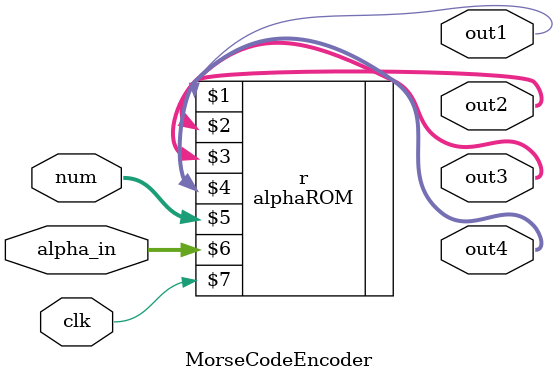
<source format=v>
module MorseCodeEncoder (alpha_in, num, clk, out1, out2, out3, out4);
  input clk;
  input [4:0] alpha_in;
  input [1:0] num;
  output out1;
  output [1:0] out2;
  output [2:0] out3;
  output [3:0] out4;
  alphaROM r (out1, out2, out3, out4, num, alpha_in, clk);
endmodule

</source>
